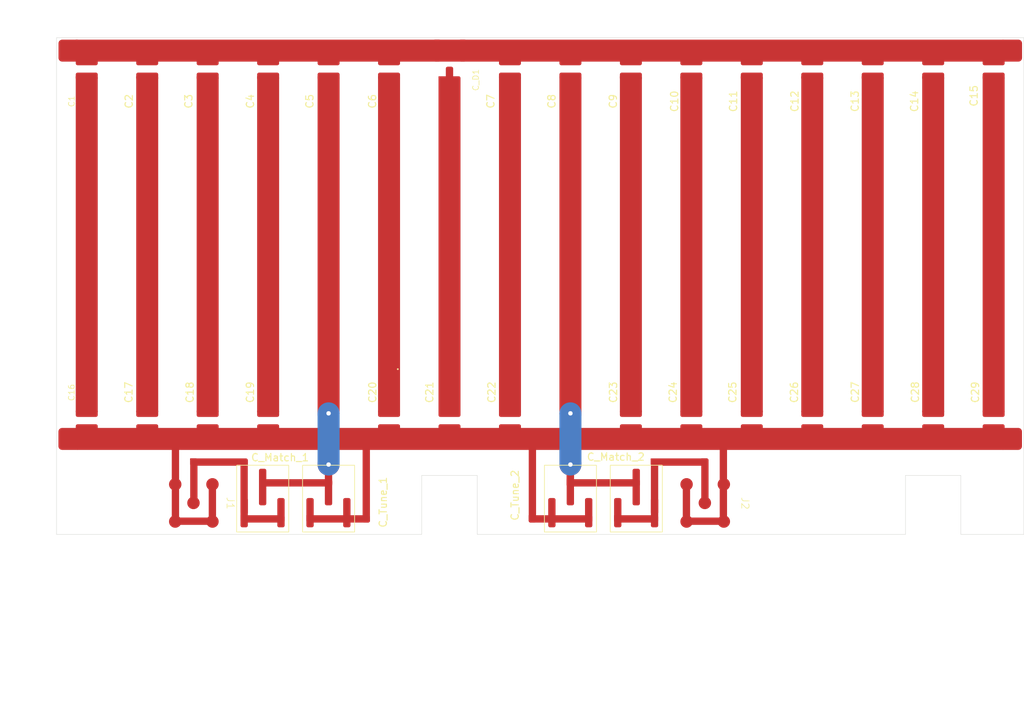
<source format=kicad_pcb>
(kicad_pcb (version 20241229) (generator "pcbnew") (generator_version "9.0")
  (layers (0 "F.Cu" signal) (2 "B.Cu" signal) (13 "F.Paste" user) (15 "B.Paste" user) (5 "F.SilkS" user "F.Silkscreen") (7 "B.SilkS" user "B.Silkscreen") (1 "F.Mask" user) (3 "B.Mask" user) (25 "Edge.Cuts" user))
  (net 0 "")
  (net 1 "Net-(C5-Pad1)")
  (net 2 "GND")
  (net 3 "Net-(C8-Pad1)")
  (net 4 "Net-(C17-Pad2)")
  (net 5 "Net-(C23-Pad2)")
  (net 6 "Net-(C1-Pad2)")
  (net 7 "Net-(C11-Pad1)")
  (net 8 "Net-(C19-Pad2)")
  (net 9 "Net-(C22-Pad2)")
  (net 10 "Net-(C21-Pad2)")
  (net 11 "AC - 90")
  (net 12 "Net-(C13-Pad1)")
  (net 13 "Net-(C1-Pad1)")
  (net 14 "Net-(C18-Pad2)")
  (net 15 "Net-(C15-Pad1)")
  (net 16 "Net-(C14-Pad1)")
  (net 17 "Net-(C12-Pad1)")
  (net 18 "AC - 0")
  (net 19 "Net-(C20-Pad2)")
  (net 20 "Net-(C10-Pad1)")
  (footprint "custom_footprints:pad" (layer "F.Cu") (at 64.24 38.32)
    (property "Reference" "REF**" (hide yes))
    (property "Value" "pad" (hide yes))
    (pad "1" smd roundrect (at 0 0) (size 3 3) (layers "F.Cu" "F.Mask" "F.Paste") (roundrect_rratio 0.1666666667) (net 6 "Net-(C1-Pad2)"))
  )
  (footprint "custom_footprints:trimmer_cap_smaller" (layer "F.Cu") (at 95.980042 94.87 -90)
    (property "Reference" "C_Tune_1" (hide yes))
    (property "Value" "C_Variable" (hide yes))
    (fp_rect (start 0.05 -7.15) (end 9.15 -0.05) (stroke (width 0.1)) (fill no) (layer "F.SilkS"))
    (fp_text user "${REFERENCE}" (at 5.09 -11.029958 90) (layer "F.SilkS"))
    (pad "1" smd roundrect (at 6.52 -6.09 270) (size 4 1) (layers "F.Cu" "F.Mask" "F.Paste") (net 2 "GND"))
    (pad "1" smd roundrect (at 6.52 -1.07 270) (size 4 1) (layers "F.Cu" "F.Mask" "F.Paste") (net 2 "GND"))
    (pad "2" smd roundrect (at 3.02 -3.59 270) (size 5 1) (layers "F.Cu" "F.Mask" "F.Paste") (net 1 "Net-(C5-Pad1)"))
  )
  (footprint "custom_footprints:142-9701-301" (layer "F.Cu") (at 81.200042 100.06 -90)
    (property "Reference" "J1" (at 0.04 -4.99 270) (layer "F.SilkS") (effects (font (thickness 0.1))))
    (property "Value" "Conn_Coaxial_0")
    (pad "1" smd circle (at 0 0.05 270) (size 1.7 1.7) (layers "F.Cu" "F.Mask" "F.Paste") (net 18 "AC - 0"))
    (pad "2" smd circle (at -2.54 -2.54 270) (size 1.7 1.7) (layers "F.Cu" "F.Mask" "F.Paste") (net 2 "GND"))
    (pad "2" smd circle (at -2.54 2.54 270) (size 1.7 1.7) (layers "F.Cu" "F.Mask" "F.Paste") (net 2 "GND"))
    (pad "2" smd circle (at 2.54 -2.54 270) (size 1.7 1.7) (layers "F.Cu" "F.Mask" "F.Paste") (net 2 "GND"))
    (pad "2" smd circle (at 2.54 2.54 270) (size 1.7 1.7) (layers "F.Cu" "F.Mask" "F.Paste") (net 2 "GND"))
  )
  (footprint "custom_footprints:CAP_R07_AV4T_JOD" (layer "F.Cu") (at 149.060127 88.82 90)
    (property "Reference" "C24" (hide yes))
    (property "Value" "C" (hide yes))
    (fp_text user "${REFERENCE}" (at 3.862 -2.505095 90) (layer "F.SilkS"))
    (pad "1" smd roundrect (at -1 0 90) (size 1 3) (layers "F.Cu" "F.Mask" "F.Paste") (net 2 "GND"))
    (pad "2" smd roundrect (at 1 0 90) (size 1 3) (layers "F.Cu" "F.Mask" "F.Paste") (net 20 "Net-(C10-Pad1)"))
  )
  (footprint "custom_footprints:pad" (layer "F.Cu") (at 64.23 91.32)
    (property "Reference" "REF**" (hide yes))
    (property "Value" "pad" (hide yes))
    (pad "1" smd roundrect (at 0 0) (size 3 3) (layers "F.Cu" "F.Mask" "F.Paste") (roundrect_rratio 0.1666666667) (net 2 "GND"))
  )
  (footprint "custom_footprints:CAP_R07_AV4T_JOD" (layer "F.Cu") (at 182.046849 40.82 90)
    (property "Reference" "C14" (hide yes))
    (property "Value" "C" (hide yes))
    (fp_text user "${REFERENCE}" (at -4.417999 -2.560845 90) (layer "F.SilkS"))
    (pad "1" smd roundrect (at -1 0 90) (size 1 3) (layers "F.Cu" "F.Mask" "F.Paste") (net 16 "Net-(C14-Pad1)"))
    (pad "2" smd roundrect (at 1 0 90) (size 1 3) (layers "F.Cu" "F.Mask" "F.Paste") (net 6 "Net-(C1-Pad2)"))
  )
  (footprint "custom_footprints:CAP_R07_AV4T_JOD" (layer "F.Cu") (at 66.593319 88.82 90)
    (property "Reference" "C16" (hide yes))
    (property "Value" "C" (hide yes))
    (fp_text user "${REFERENCE}" (at 3.832 -2.070719 90) (layer "F.SilkS") (effects (font (size 0.8 0.8) (thickness 0.1))))
    (pad "1" smd roundrect (at -1 0 90) (size 1 3) (layers "F.Cu" "F.Mask" "F.Paste") (net 2 "GND"))
    (pad "2" smd roundrect (at 1 0 90) (size 1 3) (layers "F.Cu" "F.Mask" "F.Paste") (net 13 "Net-(C1-Pad1)"))
  )
  (footprint "custom_footprints:trimmer_cap_smaller" (layer "F.Cu") (at 86.994842 94.87 -90)
    (property "Reference" "C_Match_1" (hide yes))
    (property "Value" "C_Variable" (hide yes))
    (fp_rect (start 0.05 -7.15) (end 9.15 -0.05) (stroke (width 0.1)) (fill no) (layer "F.SilkS"))
    (fp_text user "${REFERENCE}" (at -1.01 -5.965158 0) (layer "F.SilkS"))
    (pad "1" smd roundrect (at 6.52 -6.09 270) (size 4 1) (layers "F.Cu" "F.Mask" "F.Paste") (net 18 "AC - 0"))
    (pad "1" smd roundrect (at 6.52 -1.07 270) (size 4 1) (layers "F.Cu" "F.Mask" "F.Paste") (net 18 "AC - 0"))
    (pad "2" smd roundrect (at 3.02 -3.59 270) (size 5 1) (layers "F.Cu" "F.Mask" "F.Paste") (net 1 "Net-(C5-Pad1)"))
  )
  (footprint "custom_footprints:CAP_R07_AV4T_JOD" (layer "F.Cu") (at 116.073404 88.82 90)
    (property "Reference" "C21" (hide yes))
    (property "Value" "C" (hide yes))
    (fp_text user "${REFERENCE}" (at 3.862 -2.719344 90) (layer "F.SilkS"))
    (pad "1" smd roundrect (at -1 0 90) (size 1 3) (layers "F.Cu" "F.Mask" "F.Paste") (net 2 "GND"))
    (pad "2" smd roundrect (at 1 0 90) (size 1 3) (layers "F.Cu" "F.Mask" "F.Paste") (net 10 "Net-(C21-Pad2)"))
  )
  (footprint "custom_footprints:CAP_R07_AV4T_JOD" (layer "F.Cu") (at 66.593319 40.82 90)
    (property "Reference" "C1" (hide yes))
    (property "Value" "C" (hide yes))
    (fp_text user "${REFERENCE}" (at -4.417999 -2.060719 90) (layer "F.SilkS") (effects (font (size 0.8 0.8) (thickness 0.1))))
    (pad "1" smd roundrect (at -1 0 90) (size 1 3) (layers "F.Cu" "F.Mask" "F.Paste") (net 13 "Net-(C1-Pad1)"))
    (pad "2" smd roundrect (at 1 0 90) (size 1 3) (layers "F.Cu" "F.Mask" "F.Paste") (net 6 "Net-(C1-Pad2)"))
  )
  (footprint "custom_footprints:CAP_R07_AV4T_JOD" (layer "F.Cu") (at 149.060127 40.82 90)
    (property "Reference" "C10" (hide yes))
    (property "Value" "C" (hide yes))
    (fp_text user "${REFERENCE}" (at -4.417999 -2.305095 90) (layer "F.SilkS"))
    (pad "1" smd roundrect (at -1 0 90) (size 1 3) (layers "F.Cu" "F.Mask" "F.Paste") (net 20 "Net-(C10-Pad1)"))
    (pad "2" smd roundrect (at 1 0 90) (size 1 3) (layers "F.Cu" "F.Mask" "F.Paste") (net 6 "Net-(C1-Pad2)"))
  )
  (footprint "custom_footprints:CAP_R07_AV4T_JOD" (layer "F.Cu") (at 83.086681 88.82 90)
    (property "Reference" "C18" (hide yes))
    (property "Value" "C" (hide yes))
    (fp_text user "${REFERENCE}" (at 3.862 -2.423594 90) (layer "F.SilkS"))
    (pad "1" smd roundrect (at -1 0 90) (size 1 3) (layers "F.Cu" "F.Mask" "F.Paste") (net 2 "GND"))
    (pad "2" smd roundrect (at 1 0 90) (size 1 3) (layers "F.Cu" "F.Mask" "F.Paste") (net 14 "Net-(C18-Pad2)"))
  )
  (footprint "custom_footprints:pad" (layer "F.Cu") (at 192.66 91.32)
    (property "Reference" "REF**" (hide yes))
    (property "Value" "pad" (hide yes))
    (pad "1" smd roundrect (at 0 0) (size 3 3) (layers "F.Cu" "F.Mask" "F.Paste") (roundrect_rratio 0.1666666667) (net 2 "GND"))
  )
  (footprint "custom_footprints:CAP_R07_AV4T_JOD" (layer "F.Cu") (at 74.84 88.82 90)
    (property "Reference" "C17" (hide yes))
    (property "Value" "C" (hide yes))
    (fp_text user "${REFERENCE}" (at 3.862 -2.522156 90) (layer "F.SilkS"))
    (pad "1" smd roundrect (at -1 0 90) (size 1 3) (layers "F.Cu" "F.Mask" "F.Paste") (net 2 "GND"))
    (pad "2" smd roundrect (at 1 0 90) (size 1 3) (layers "F.Cu" "F.Mask" "F.Paste") (net 4 "Net-(C17-Pad2)"))
  )
  (footprint "custom_footprints:CAP_R07_AV4T_JOD" (layer "F.Cu") (at 173.800169 88.82 90)
    (property "Reference" "C27" (hide yes))
    (property "Value" "C" (hide yes))
    (fp_text user "${REFERENCE}" (at 3.882 -2.399408 90) (layer "F.SilkS"))
    (pad "1" smd roundrect (at -1 0 90) (size 1 3) (layers "F.Cu" "F.Mask" "F.Paste") (net 2 "GND"))
    (pad "2" smd roundrect (at 1 0 90) (size 1 3) (layers "F.Cu" "F.Mask" "F.Paste") (net 12 "Net-(C13-Pad1)"))
  )
  (footprint "custom_footprints:CAP_R07_AV4T_JOD" (layer "F.Cu") (at 91.333362 40.82 90)
    (property "Reference" "C4" (hide yes))
    (property "Value" "C" (hide yes))
    (fp_text user "${REFERENCE}" (at -4.418 -2.435032 90) (layer "F.SilkS"))
    (pad "1" smd roundrect (at -1 0 90) (size 1 3) (layers "F.Cu" "F.Mask" "F.Paste") (net 8 "Net-(C19-Pad2)"))
    (pad "2" smd roundrect (at 1 0 90) (size 1 3) (layers "F.Cu" "F.Mask" "F.Paste") (net 6 "Net-(C1-Pad2)"))
  )
  (footprint "custom_footprints:trimmer_cap_smaller" (layer "F.Cu") (at 128.966765 94.87 -90)
    (property "Reference" "C_Tune_2" (hide yes))
    (property "Value" "C_Variable" (hide yes))
    (fp_rect (start 0.05 -7.15) (end 9.15 -0.05) (stroke (width 0.1)) (fill no) (layer "F.SilkS"))
    (fp_text user "${REFERENCE}" (at 4.14 3.966765 90) (layer "F.SilkS"))
    (pad "1" smd roundrect (at 6.52 -6.09 270) (size 4 1) (layers "F.Cu" "F.Mask" "F.Paste") (net 2 "GND"))
    (pad "1" smd roundrect (at 6.52 -1.07 270) (size 4 1) (layers "F.Cu" "F.Mask" "F.Paste") (net 2 "GND"))
    (pad "2" smd roundrect (at 3.02 -3.59 270) (size 5 1) (layers "F.Cu" "F.Mask" "F.Paste") (net 3 "Net-(C8-Pad1)"))
  )
  (footprint "custom_footprints:CAP_R07_AV4T_JOD" (layer "F.Cu") (at 190.29353 88.82 90)
    (property "Reference" "C29" (hide yes))
    (property "Value" "C" (hide yes))
    (fp_text user "${REFERENCE}" (at 3.862 -2.502283 90) (layer "F.SilkS"))
    (pad "1" smd roundrect (at -1 0 90) (size 1 3) (layers "F.Cu" "F.Mask" "F.Paste") (net 2 "GND"))
    (pad "2" smd roundrect (at 1 0 90) (size 1 3) (layers "F.Cu" "F.Mask" "F.Paste") (net 15 "Net-(C15-Pad1)"))
  )
  (footprint "custom_footprints:CAP_R07_AV4T_JOD" (layer "F.Cu") (at 99.580042 40.82 90)
    (property "Reference" "C5" (hide yes))
    (property "Value" "C" (hide yes))
    (fp_text user "${REFERENCE}" (at -4.418 -2.576469 90) (layer "F.SilkS"))
    (pad "1" smd roundrect (at -1 0 90) (size 1 3) (layers "F.Cu" "F.Mask" "F.Paste") (net 1 "Net-(C5-Pad1)"))
    (pad "2" smd roundrect (at 1 0 90) (size 1 3) (layers "F.Cu" "F.Mask" "F.Paste") (net 6 "Net-(C1-Pad2)"))
  )
  (footprint "custom_footprints:142-9701-301" (layer "F.Cu") (at 150.951965 100.06 -90)
    (property "Reference" "J2" (at 0.05 -5.43778 270) (layer "F.SilkS") (effects (font (thickness 0.1))))
    (property "Value" "Conn_Coaxial_90")
    (pad "1" smd circle (at 0 0.05 270) (size 1.7 1.7) (layers "F.Cu" "F.Mask" "F.Paste") (net 11 "AC - 90"))
    (pad "2" smd circle (at -2.54 -2.54 270) (size 1.7 1.7) (layers "F.Cu" "F.Mask" "F.Paste") (net 2 "GND"))
    (pad "2" smd circle (at -2.54 2.54 270) (size 1.7 1.7) (layers "F.Cu" "F.Mask" "F.Paste") (net 2 "GND"))
    (pad "2" smd circle (at 2.54 -2.54 270) (size 1.7 1.7) (layers "F.Cu" "F.Mask" "F.Paste") (net 2 "GND"))
    (pad "2" smd circle (at 2.54 2.54 270) (size 1.7 1.7) (layers "F.Cu" "F.Mask" "F.Paste") (net 2 "GND"))
  )
  (footprint "custom_footprints:CAP_R07_AV4T_JOD" (layer "F.Cu") (at 132.566765 40.82 90)
    (property "Reference" "C8" (hide yes))
    (property "Value" "C" (hide yes))
    (fp_text user "${REFERENCE}" (at -4.418 -2.55222 90) (layer "F.SilkS"))
    (pad "1" smd roundrect (at -1 0 90) (size 1 3) (layers "F.Cu" "F.Mask" "F.Paste") (net 3 "Net-(C8-Pad1)"))
    (pad "2" smd roundrect (at 1 0 90) (size 1 3) (layers "F.Cu" "F.Mask" "F.Paste") (net 6 "Net-(C1-Pad2)"))
  )
  (footprint "custom_footprints:CAP_R07_AV4T_JOD" (layer "F.Cu") (at 124.320084 88.82 90)
    (property "Reference" "C22" (hide yes))
    (property "Value" "C" (hide yes))
    (fp_text user "${REFERENCE}" (at 3.862 -2.490782 90) (layer "F.SilkS"))
    (pad "1" smd roundrect (at -1 0 90) (size 1 3) (layers "F.Cu" "F.Mask" "F.Paste") (net 2 "GND"))
    (pad "2" smd roundrect (at 1 0 90) (size 1 3) (layers "F.Cu" "F.Mask" "F.Paste") (net 9 "Net-(C22-Pad2)"))
  )
  (footprint "custom_footprints:CAP_R07_AV4T_JOD" (layer "F.Cu") (at 140.813446 40.82 90)
    (property "Reference" "C9" (hide yes))
    (property "Value" "C" (hide yes))
    (fp_text user "${REFERENCE}" (at -4.418 -2.423657 90) (layer "F.SilkS"))
    (pad "1" smd roundrect (at -1 0 90) (size 1 3) (layers "F.Cu" "F.Mask" "F.Paste") (net 5 "Net-(C23-Pad2)"))
    (pad "2" smd roundrect (at 1 0 90) (size 1 3) (layers "F.Cu" "F.Mask" "F.Paste") (net 6 "Net-(C1-Pad2)"))
  )
  (footprint "custom_footprints:CAP_R07_AV4T_JOD" (layer "F.Cu") (at 83.086681 40.82 90)
    (property "Reference" "C3" (hide yes))
    (property "Value" "C" (hide yes))
    (fp_text user "${REFERENCE}" (at -4.418 -2.593594 90) (layer "F.SilkS"))
    (pad "1" smd roundrect (at -1 0 90) (size 1 3) (layers "F.Cu" "F.Mask" "F.Paste") (net 14 "Net-(C18-Pad2)"))
    (pad "2" smd roundrect (at 1 0 90) (size 1 3) (layers "F.Cu" "F.Mask" "F.Paste") (net 6 "Net-(C1-Pad2)"))
  )
  (footprint "custom_footprints:CAP_R07_AV4T_JOD" (layer "F.Cu") (at 157.306807 88.82 90)
    (property "Reference" "C25" (hide yes))
    (property "Value" "C" (hide yes))
    (fp_text user "${REFERENCE}" (at 3.862 -2.616532 90) (layer "F.SilkS"))
    (pad "1" smd roundrect (at -1 0 90) (size 1 3) (layers "F.Cu" "F.Mask" "F.Paste") (net 2 "GND"))
    (pad "2" smd roundrect (at 1 0 90) (size 1 3) (layers "F.Cu" "F.Mask" "F.Paste") (net 7 "Net-(C11-Pad1)"))
  )
  (footprint "custom_footprints:CAP_R07_AV4T_JOD" (layer "F.Cu") (at 91.333362 88.82 90)
    (property "Reference" "C19" (hide yes))
    (property "Value" "C" (hide yes))
    (fp_text user "${REFERENCE}" (at 3.862 -2.445032 90) (layer "F.SilkS"))
    (pad "1" smd roundrect (at -1 0 90) (size 1 3) (layers "F.Cu" "F.Mask" "F.Paste") (net 2 "GND"))
    (pad "2" smd roundrect (at 1 0 90) (size 1 3) (layers "F.Cu" "F.Mask" "F.Paste") (net 8 "Net-(C19-Pad2)"))
  )
  (footprint "custom_footprints:trimmer_cap_tiny" (layer "F.Cu") (at 113.57 43.56 90)
    (property "Reference" "C_D1" (hide yes))
    (property "Value" "C_Variable" (hide yes))
    (fp_text user "${REFERENCE}" (at 1.23 6.09 90) (layer "F.SilkS") (effects (font (size 0.8 0.8) (thickness 0.1))))
    (pad "1" smd roundrect (at 5.25 0.8 90) (size 3 1) (layers "F.Cu" "F.Mask" "F.Paste") (net 6 "Net-(C1-Pad2)"))
    (pad "1" smd roundrect (at 5.25 4.3 90) (size 3 1) (layers "F.Cu" "F.Mask" "F.Paste") (net 6 "Net-(C1-Pad2)"))
    (pad "2" smd roundrect (at 1.55 2.5 90) (size 3 1) (layers "F.Cu" "F.Mask" "F.Paste") (net 10 "Net-(C21-Pad2)"))
  )
  (footprint "custom_footprints:pad" (layer "F.Cu") (at 192.67 38.32)
    (property "Reference" "REF**" (hide yes))
    (property "Value" "pad" (hide yes))
    (pad "1" smd roundrect (at 0 0) (size 3 3) (layers "F.Cu" "F.Mask" "F.Paste") (roundrect_rratio 0.1666666667) (net 6 "Net-(C1-Pad2)"))
  )
  (footprint "custom_footprints:CAP_R07_AV4T_JOD" (layer "F.Cu") (at 173.800169 40.82 90)
    (property "Reference" "C13" (hide yes))
    (property "Value" "C" (hide yes))
    (fp_text user "${REFERENCE}" (at -4.408 -2.419408 90) (layer "F.SilkS"))
    (pad "1" smd roundrect (at -1 0 90) (size 1 3) (layers "F.Cu" "F.Mask" "F.Paste") (net 12 "Net-(C13-Pad1)"))
    (pad "2" smd roundrect (at 1 0 90) (size 1 3) (layers "F.Cu" "F.Mask" "F.Paste") (net 6 "Net-(C1-Pad2)"))
  )
  (footprint "custom_footprints:CAP_R07_AV4T_JOD" (layer "F.Cu") (at 165.553488 40.82 90)
    (property "Reference" "C12" (hide yes))
    (property "Value" "C" (hide yes))
    (fp_text user "${REFERENCE}" (at -4.417999 -2.38797 90) (layer "F.SilkS"))
    (pad "1" smd roundrect (at -1 0 90) (size 1 3) (layers "F.Cu" "F.Mask" "F.Paste") (net 17 "Net-(C12-Pad1)"))
    (pad "2" smd roundrect (at 1 0 90) (size 1 3) (layers "F.Cu" "F.Mask" "F.Paste") (net 6 "Net-(C1-Pad2)"))
  )
  (footprint "custom_footprints:CAP_R07_AV4T_JOD" (layer "F.Cu") (at 190.29353 40.82 90)
    (property "Reference" "C15" (hide yes))
    (property "Value" "C" (hide yes))
    (fp_text user "${REFERENCE}" (at -3.67 -2.692283 90) (layer "F.SilkS"))
    (pad "1" smd roundrect (at -1 0 90) (size 1 3) (layers "F.Cu" "F.Mask" "F.Paste") (net 15 "Net-(C15-Pad1)"))
    (pad "2" smd roundrect (at 1 0 90) (size 1 3) (layers "F.Cu" "F.Mask" "F.Paste") (net 6 "Net-(C1-Pad2)"))
  )
  (footprint "custom_footprints:CAP_R07_AV4T_JOD" (layer "F.Cu") (at 165.553488 88.82 90)
    (property "Reference" "C26" (hide yes))
    (property "Value" "C" (hide yes))
    (fp_text user "${REFERENCE}" (at 3.862 -2.45797 90) (layer "F.SilkS"))
    (pad "1" smd roundrect (at -1 0 90) (size 1 3) (layers "F.Cu" "F.Mask" "F.Paste") (net 2 "GND"))
    (pad "2" smd roundrect (at 1 0 90) (size 1 3) (layers "F.Cu" "F.Mask" "F.Paste") (net 17 "Net-(C12-Pad1)"))
  )
  (footprint "custom_footprints:CAP_R07_AV4T_JOD" (layer "F.Cu") (at 182.046849 88.82 90)
    (property "Reference" "C28" (hide yes))
    (property "Value" "C" (hide yes))
    (fp_text user "${REFERENCE}" (at 3.882 -2.450845 90) (layer "F.SilkS"))
    (pad "1" smd roundrect (at -1 0 90) (size 1 3) (layers "F.Cu" "F.Mask" "F.Paste") (net 2 "GND"))
    (pad "2" smd roundrect (at 1 0 90) (size 1 3) (layers "F.Cu" "F.Mask" "F.Paste") (net 16 "Net-(C14-Pad1)"))
  )
  (footprint "custom_footprints:CAP_R07_AV4T_JOD" (layer "F.Cu") (at 124.320084 40.82 90)
    (property "Reference" "C7" (hide yes))
    (property "Value" "C" (hide yes))
    (fp_text user "${REFERENCE}" (at -4.418 -2.630782 90) (layer "F.SilkS"))
    (pad "1" smd roundrect (at -1 0 90) (size 1 3) (layers "F.Cu" "F.Mask" "F.Paste") (net 9 "Net-(C22-Pad2)"))
    (pad "2" smd roundrect (at 1 0 90) (size 1 3) (layers "F.Cu" "F.Mask" "F.Paste") (net 6 "Net-(C1-Pad2)"))
  )
  (footprint "custom_footprints:CAP_R07_AV4T_JOD" (layer "F.Cu") (at 140.813446 88.82 90)
    (property "Reference" "C23" (hide yes))
    (property "Value" "C" (hide yes))
    (fp_text user "${REFERENCE}" (at 3.862 -2.393657 90) (layer "F.SilkS"))
    (pad "1" smd roundrect (at -1 0 90) (size 1 3) (layers "F.Cu" "F.Mask" "F.Paste") (net 2 "GND"))
    (pad "2" smd roundrect (at 1 0 90) (size 1 3) (layers "F.Cu" "F.Mask" "F.Paste") (net 5 "Net-(C23-Pad2)"))
  )
  (footprint "custom_footprints:CAP_R07_AV4T_JOD" (layer "F.Cu") (at 157.306807 40.82 90)
    (property "Reference" "C11" (hide yes))
    (property "Value" "C" (hide yes))
    (fp_text user "${REFERENCE}" (at -4.417999 -2.516532 90) (layer "F.SilkS"))
    (pad "1" smd roundrect (at -1 0 90) (size 1 3) (layers "F.Cu" "F.Mask" "F.Paste") (net 7 "Net-(C11-Pad1)"))
    (pad "2" smd roundrect (at 1 0 90) (size 1 3) (layers "F.Cu" "F.Mask" "F.Paste") (net 6 "Net-(C1-Pad2)"))
  )
  (footprint "custom_footprints:CAP_R07_AV4T_JOD" (layer "F.Cu") (at 107.826723 88.82 90)
    (property "Reference" "C20" (hide yes))
    (property "Value" "C" (hide yes))
    (fp_text user "${REFERENCE}" (at 3.862 -2.247907 90) (layer "F.SilkS"))
    (pad "1" smd roundrect (at -1 0 90) (size 1 3) (layers "F.Cu" "F.Mask" "F.Paste") (net 2 "GND"))
    (pad "2" smd roundrect (at 1 0 90) (size 1 3) (layers "F.Cu" "F.Mask" "F.Paste") (net 19 "Net-(C20-Pad2)"))
  )
  (footprint "custom_footprints:CAP_R07_AV4T_JOD" (layer "F.Cu") (at 74.84 40.82 90)
    (property "Reference" "C2" (hide yes))
    (property "Value" "C" (hide yes))
    (fp_text user "${REFERENCE}" (at -4.418 -2.482156 90) (layer "F.SilkS"))
    (pad "1" smd roundrect (at -1 0 90) (size 1 3) (layers "F.Cu" "F.Mask" "F.Paste") (net 4 "Net-(C17-Pad2)"))
    (pad "2" smd roundrect (at 1 0 90) (size 1 3) (layers "F.Cu" "F.Mask" "F.Paste") (net 6 "Net-(C1-Pad2)"))
  )
  (footprint "custom_footprints:trimmer_cap_smaller" (layer "F.Cu") (at 137.951965 94.87 -90)
    (property "Reference" "C_Match_2" (hide yes))
    (property "Value" "C_Variable" (hide yes))
    (fp_rect (start 0.05 -7.15) (end 9.15 -0.05) (stroke (width 0.1)) (fill no) (layer "F.SilkS"))
    (fp_text user "${REFERENCE}" (at -1.09 -0.808035 0) (layer "F.SilkS"))
    (pad "1" smd roundrect (at 6.52 -6.09 270) (size 4 1) (layers "F.Cu" "F.Mask" "F.Paste") (net 11 "AC - 90"))
    (pad "1" smd roundrect (at 6.52 -1.07 270) (size 4 1) (layers "F.Cu" "F.Mask" "F.Paste") (net 11 "AC - 90"))
    (pad "2" smd roundrect (at 3.02 -3.59 270) (size 5 1) (layers "F.Cu" "F.Mask" "F.Paste") (net 3 "Net-(C8-Pad1)"))
  )
  (footprint "custom_footprints:CAP_R07_AV4T_JOD" (layer "F.Cu") (at 107.826723 40.82 90)
    (property "Reference" "C6" (hide yes))
    (property "Value" "C" (hide yes))
    (fp_text user "${REFERENCE}" (at -4.418 -2.267907 90) (layer "F.SilkS"))
    (pad "1" smd roundrect (at -1 0 90) (size 1 3) (layers "F.Cu" "F.Mask" "F.Paste") (net 19 "Net-(C20-Pad2)"))
    (pad "2" smd roundrect (at 1 0 90) (size 1 3) (layers "F.Cu" "F.Mask" "F.Paste") (net 6 "Net-(C1-Pad2)"))
  )
  (gr_rect (start 65.343319 37.07) (end 191.54353 39.57) (stroke (width 0.5)) (fill yes) (layer "F.Cu") (net 6))
  (gr_rect (start 87.81 94.2894) (end 88.31 101.37) (stroke (width 0.5)) (fill yes) (layer "F.Cu") (net 18))
  (gr_rect (start 80.9497 94.2303) (end 88.3103 94.7303) (stroke (width 0.5)) (fill yes) (layer "F.Cu") (net 18))
  (gr_rect (start 139.563446 42.07) (end 142.063446 87.57) (stroke (width 0.5)) (fill yes) (layer "F.Cu") (net 5))
  (gr_rect (start 87.81 101.99) (end 93.3306 102.49) (stroke (width 0.5)) (fill yes) (layer "F.Cu") (net 18))
  (gr_rect (start 164.303488 42.07) (end 166.803488 87.57) (stroke (width 0.5)) (fill yes) (layer "F.Cu") (net 17))
  (gr_rect (start 83.48 97.61) (end 83.98 102.5506) (stroke (width 0.5)) (fill yes) (layer "F.Cu") (net 2))
  (gr_rect (start 78.44 91.0506) (end 78.94 102.5506) (stroke (width 0.5)) (fill yes) (layer "F.Cu") (net 2))
  (gr_rect (start 180.796849 42.07) (end 183.296849 87.57) (stroke (width 0.5)) (fill yes) (layer "F.Cu") (net 16))
  (gr_rect (start 90.3397 97.07) (end 99.8203 97.57) (stroke (width 0.5)) (fill yes) (layer "F.Cu") (net 1))
  (gr_rect (start 132.31 95.4197) (end 132.81 97.5603) (stroke (width 0.5)) (fill yes) (layer "F.Cu") (net 3))
  (gr_rect (start 147.810127 42.07) (end 150.310127 87.57) (stroke (width 0.5)) (fill yes) (layer "F.Cu") (net 20))
  (gr_rect (start 143.7697 94.2303) (end 151.1303 94.7303) (stroke (width 0.5)) (fill yes) (layer "F.Cu") (net 11))
  (gr_rect (start 138.7597 101.99) (end 144.2803 102.49) (stroke (width 0.5)) (fill yes) (layer "F.Cu") (net 11))
  (gr_rect (start 114.823404 42.07) (end 117.323404 87.57) (stroke (width 0.5)) (fill yes) (layer "F.Cu") (net 10))
  (gr_rect (start 148.14 97.61) (end 148.64 102.5506) (stroke (width 0.5)) (fill yes) (layer "F.Cu") (net 2))
  (gr_rect (start 189.04353 42.07) (end 191.54353 87.57) (stroke (width 0.5)) (fill yes) (layer "F.Cu") (net 15))
  (gr_rect (start 172.550169 42.07) (end 175.050169 87.57) (stroke (width 0.5)) (fill yes) (layer "F.Cu") (net 12))
  (gr_rect (start 148.3094 102.3006) (end 153.43 102.8006) (stroke (width 0.5)) (fill yes) (layer "F.Cu") (net 2))
  (gr_rect (start 65.343319 42.07) (end 67.843319 87.57) (stroke (width 0.5)) (fill yes) (layer "F.Cu") (net 13))
  (gr_rect (start 106.576723 42.07) (end 109.076723 87.57) (stroke (width 0.5)) (fill yes) (layer "F.Cu") (net 19))
  (gr_rect (start 96.7997 101.99) (end 104.9703 102.49) (stroke (width 0.5)) (fill yes) (layer "F.Cu") (net 2))
  (gr_rect (start 104.47 90.8197) (end 104.97 102.4797) (stroke (width 0.5)) (fill yes) (layer "F.Cu") (net 2))
  (gr_rect (start 80.950042 94.2294) (end 81.450042 100.05) (stroke (width 0.5)) (fill yes) (layer "F.Cu") (net 18))
  (gr_rect (start 65.343319 90.07) (end 191.54353 92.57) (stroke (width 0.5)) (fill yes) (layer "F.Cu") (net 2))
  (gr_rect (start 153.18 91.23) (end 153.68 102.5506) (stroke (width 0.5)) (fill yes) (layer "F.Cu") (net 2))
  (gr_rect (start 156.056807 42.07) (end 158.556807 87.57) (stroke (width 0.5)) (fill yes) (layer "F.Cu") (net 7))
  (gr_rect (start 132.3094 97.07) (end 141.79 97.57) (stroke (width 0.5)) (fill yes) (layer "F.Cu") (net 3))
  (gr_rect (start 143.79 94.2794) (end 144.29 101.36) (stroke (width 0.5)) (fill yes) (layer "F.Cu") (net 11))
  (gr_rect (start 123.070084 42.07) (end 125.570084 87.57) (stroke (width 0.5)) (fill yes) (layer "F.Cu") (net 9))
  (gr_rect (start 73.59 42.07) (end 76.09 87.57) (stroke (width 0.5)) (fill yes) (layer "F.Cu") (net 4))
  (gr_rect (start 131.316765 42.07) (end 133.816765 87.57) (stroke (width 0.5)) (fill yes) (layer "F.Cu") (net 3))
  (gr_rect (start 127.13 91) (end 127.63 102.48) (stroke (width 0.5)) (fill yes) (layer "F.Cu") (net 2))
  (gr_rect (start 81.836681 42.07) (end 84.336681 87.57) (stroke (width 0.5)) (fill yes) (layer "F.Cu") (net 14))
  (gr_rect (start 90.083362 42.07) (end 92.583362 87.57) (stroke (width 0.5)) (fill yes) (layer "F.Cu") (net 8))
  (gr_rect (start 150.66 94.2294) (end 151.16 100.05) (stroke (width 0.5)) (fill yes) (layer "F.Cu") (net 11))
  (gr_rect (start 99.32 97.1946) (end 99.82 97.39) (stroke (width 0.5)) (fill yes) (layer "F.Cu") (net 1))
  (gr_rect (start 78.6094 102.3006) (end 83.73 102.8006) (stroke (width 0.5)) (fill yes) (layer "F.Cu") (net 2))
  (gr_rect (start 98.330042 42.07) (end 100.830042 87.57) (stroke (width 0.5)) (fill yes) (layer "F.Cu") (net 1))
  (gr_rect (start 127.1294 101.99) (end 135.3 102.49) (stroke (width 0.5)) (fill yes) (layer "F.Cu") (net 2))
  (gr_rect (start 131.316765 88.07) (end 133.816765 94.59) (stroke (width 0.5)) (fill yes) (layer "B.Cu") (net 3))
  (gr_rect (start 98.330042 88.07) (end 100.830042 94.59) (stroke (width 0.5)) (fill yes) (layer "B.Cu") (net 1))
  (gr_circle (center 109.019979 81.798) (end 109.029979 81.818) (stroke (width 0.1)) (fill no) (layer "F.SilkS"))
  (gr_line (start 194.41687 36.57) (end 194.41687 104.348) (stroke (width 0.05)) (layer "Edge.Cuts"))
  (gr_line (start 119.846733 104.348) (end 119.846733 96.297988) (stroke (width 0.05)) (layer "Edge.Cuts"))
  (gr_line (start 119.846733 104.348) (end 178.27185 104.348) (stroke (width 0.05)) (layer "Edge.Cuts"))
  (gr_line (start 178.27185 96.297988) (end 185.82185 96.297988) (stroke (width 0.05)) (layer "Edge.Cuts"))
  (gr_line (start 185.82185 104.348) (end 194.41687 104.348) (stroke (width 0.05)) (layer "Edge.Cuts"))
  (gr_line (start 178.27185 104.348) (end 178.27185 96.297988) (stroke (width 0.05)) (layer "Edge.Cuts"))
  (gr_line (start 185.82185 104.348) (end 185.82185 96.297988) (stroke (width 0.05)) (layer "Edge.Cuts"))
  (gr_line (start 62.469979 104.348) (end 112.286733 104.347987) (stroke (width 0.05)) (layer "Edge.Cuts"))
  (gr_line (start 112.286733 96.297988) (end 119.846733 96.297988) (stroke (width 0.05)) (layer "Edge.Cuts"))
  (gr_line (start 112.286733 104.347987) (end 112.286733 96.297988) (stroke (width 0.05)) (layer "Edge.Cuts"))
  (gr_line (start 62.469979 36.57) (end 194.41687 36.57) (stroke (width 0.05)) (layer "Edge.Cuts"))
  (gr_line (start 62.469979 36.57) (end 62.469979 104.348) (stroke (width 0.05)) (layer "Edge.Cuts"))
  (via micro (at 99.580042 87.83) (size 3) (drill 0.6) (layers "F.Cu" "B.Cu") (net 1))
  (via micro (at 99.580042 94.82) (size 3) (drill 0.6) (layers "F.Cu" "B.Cu") (net 1))
  (via micro (at 132.566765 94.82) (size 3) (drill 0.6) (layers "F.Cu" "B.Cu") (net 3))
  (via micro (at 132.566765 87.83) (size 3) (drill 0.6) (layers "F.Cu" "B.Cu") (net 3))
)
</source>
